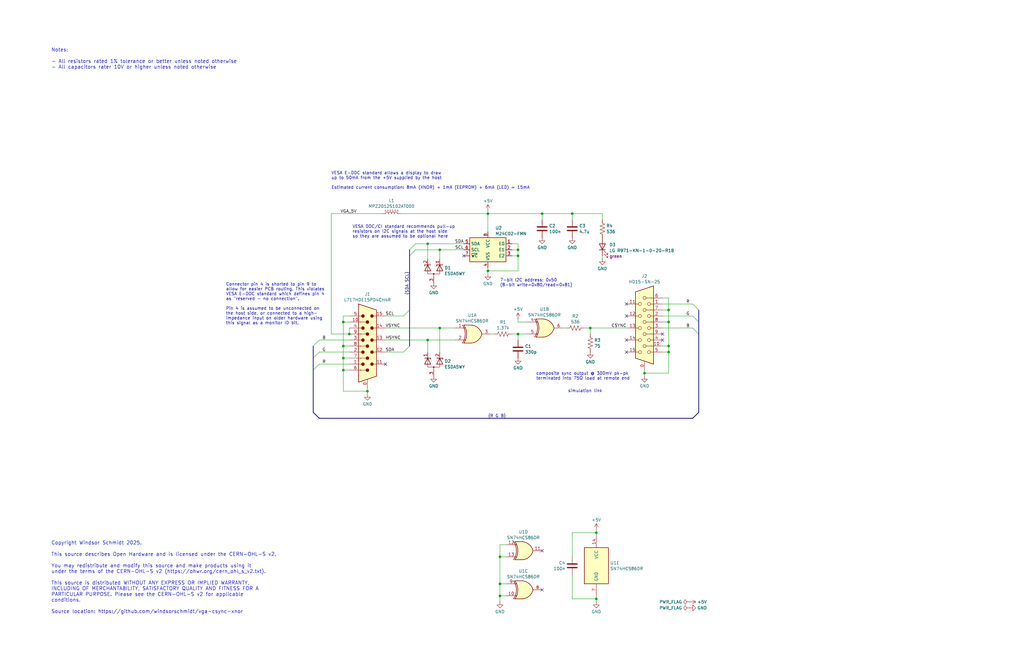
<source format=kicad_sch>
(kicad_sch (version 20250114) (generator "eeschema") (generator_version "9.0")
  (paper "B")
  (title_block (title "VGA H/V to Composite Sync Generator (XNOR)") (date "2025-08-03") (rev "1"))
  (lib_symbols
    (symbol "74xx:74HC86" (pin_names (offset 1.016))
      (property "Reference" "U" (at 0 1.27 0))
      (property "Value" "74HC86" (at 0 -1.27 0))
      (symbol "74HC86_1_0"
        (arc (start -4.4196 3.81) (mid -3.2033 0) (end -4.4196 -3.81) (stroke (width 0.254)))
        (arc (start -3.81 3.81) (mid -2.589 0) (end -3.81 -3.81) (stroke (width 0.254)))
        (polyline (pts (xy -3.81 3.81) (xy -0.635 3.81)) (stroke (width 0.254)) (fill (type background)))
        (polyline (pts (xy -3.81 -3.81) (xy -0.635 -3.81)) (stroke (width 0.254)) (fill (type background)))
        (arc (start 3.81 0) (mid 2.1855 -2.584) (end -0.6096 -3.81) (stroke (width 0.254)) (fill (type background)))
        (arc (start -0.6096 3.81) (mid 2.1928 2.5924) (end 3.81 0) (stroke (width 0.254)) (fill (type background)))
        (polyline (pts (xy -0.635 3.81) (xy -3.81 3.81) (xy -3.81 3.81) (xy -3.556 3.4036) (xy -3.0226 2.2606) (xy -2.6924 1.0414) (xy -2.6162 -0.254) (xy -2.7686 -1.4986) (xy -3.175 -2.7178) (xy -3.81 -3.81) (xy -3.81 -3.81) (xy -0.635 -3.81)) (stroke (width -25.4)) (fill (type background)))
        (pin input line (at -7.62 2.54 0) (length 4.445) (name "~") (number "1"))
        (pin input line (at -7.62 -2.54 0) (length 4.445) (name "~") (number "2"))
        (pin output line (at 7.62 0 180) (length 3.81) (name "~") (number "3"))
      )
      (symbol "74HC86_1_1"
        (polyline (pts (xy -3.81 2.54) (xy -3.175 2.54)) (stroke (width 0.1524)))
        (polyline (pts (xy -3.81 -2.54) (xy -3.175 -2.54)) (stroke (width 0.1524)))
      )
      (symbol "74HC86_2_0"
        (arc (start -4.4196 3.81) (mid -3.2033 0) (end -4.4196 -3.81) (stroke (width 0.254)))
        (arc (start -3.81 3.81) (mid -2.589 0) (end -3.81 -3.81) (stroke (width 0.254)))
        (polyline (pts (xy -3.81 3.81) (xy -0.635 3.81)) (stroke (width 0.254)) (fill (type background)))
        (polyline (pts (xy -3.81 -3.81) (xy -0.635 -3.81)) (stroke (width 0.254)) (fill (type background)))
        (arc (start 3.81 0) (mid 2.1855 -2.584) (end -0.6096 -3.81) (stroke (width 0.254)) (fill (type background)))
        (arc (start -0.6096 3.81) (mid 2.1928 2.5924) (end 3.81 0) (stroke (width 0.254)) (fill (type background)))
        (polyline (pts (xy -0.635 3.81) (xy -3.81 3.81) (xy -3.81 3.81) (xy -3.556 3.4036) (xy -3.0226 2.2606) (xy -2.6924 1.0414) (xy -2.6162 -0.254) (xy -2.7686 -1.4986) (xy -3.175 -2.7178) (xy -3.81 -3.81) (xy -3.81 -3.81) (xy -0.635 -3.81)) (stroke (width -25.4)) (fill (type background)))
        (pin input line (at -7.62 2.54 0) (length 4.445) (name "~") (number "4"))
        (pin input line (at -7.62 -2.54 0) (length 4.445) (name "~") (number "5"))
        (pin output line (at 7.62 0 180) (length 3.81) (name "~") (number "6"))
      )
      (symbol "74HC86_2_1"
        (polyline (pts (xy -3.81 2.54) (xy -3.175 2.54)) (stroke (width 0.1524)))
        (polyline (pts (xy -3.81 -2.54) (xy -3.175 -2.54)) (stroke (width 0.1524)))
      )
      (symbol "74HC86_3_0"
        (arc (start -4.4196 3.81) (mid -3.2033 0) (end -4.4196 -3.81) (stroke (width 0.254)))
        (arc (start -3.81 3.81) (mid -2.589 0) (end -3.81 -3.81) (stroke (width 0.254)))
        (polyline (pts (xy -3.81 3.81) (xy -0.635 3.81)) (stroke (width 0.254)) (fill (type background)))
        (polyline (pts (xy -3.81 -3.81) (xy -0.635 -3.81)) (stroke (width 0.254)) (fill (type background)))
        (arc (start 3.81 0) (mid 2.1855 -2.584) (end -0.6096 -3.81) (stroke (width 0.254)) (fill (type background)))
        (arc (start -0.6096 3.81) (mid 2.1928 2.5924) (end 3.81 0) (stroke (width 0.254)) (fill (type background)))
        (polyline (pts (xy -0.635 3.81) (xy -3.81 3.81) (xy -3.81 3.81) (xy -3.556 3.4036) (xy -3.0226 2.2606) (xy -2.6924 1.0414) (xy -2.6162 -0.254) (xy -2.7686 -1.4986) (xy -3.175 -2.7178) (xy -3.81 -3.81) (xy -3.81 -3.81) (xy -0.635 -3.81)) (stroke (width -25.4)) (fill (type background)))
        (pin input line (at -7.62 2.54 0) (length 4.445) (name "~") (number "9"))
        (pin input line (at -7.62 -2.54 0) (length 4.445) (name "~") (number "10"))
        (pin output line (at 7.62 0 180) (length 3.81) (name "~") (number "8"))
      )
      (symbol "74HC86_3_1"
        (polyline (pts (xy -3.81 2.54) (xy -3.175 2.54)) (stroke (width 0.1524)))
        (polyline (pts (xy -3.81 -2.54) (xy -3.175 -2.54)) (stroke (width 0.1524)))
      )
      (symbol "74HC86_4_0"
        (arc (start -4.4196 3.81) (mid -3.2033 0) (end -4.4196 -3.81) (stroke (width 0.254)))
        (arc (start -3.81 3.81) (mid -2.589 0) (end -3.81 -3.81) (stroke (width 0.254)))
        (polyline (pts (xy -3.81 3.81) (xy -0.635 3.81)) (stroke (width 0.254)) (fill (type background)))
        (polyline (pts (xy -3.81 -3.81) (xy -0.635 -3.81)) (stroke (width 0.254)) (fill (type background)))
        (arc (start 3.81 0) (mid 2.1855 -2.584) (end -0.6096 -3.81) (stroke (width 0.254)) (fill (type background)))
        (arc (start -0.6096 3.81) (mid 2.1928 2.5924) (end 3.81 0) (stroke (width 0.254)) (fill (type background)))
        (polyline (pts (xy -0.635 3.81) (xy -3.81 3.81) (xy -3.81 3.81) (xy -3.556 3.4036) (xy -3.0226 2.2606) (xy -2.6924 1.0414) (xy -2.6162 -0.254) (xy -2.7686 -1.4986) (xy -3.175 -2.7178) (xy -3.81 -3.81) (xy -3.81 -3.81) (xy -0.635 -3.81)) (stroke (width -25.4)) (fill (type background)))
        (pin input line (at -7.62 2.54 0) (length 4.445) (name "~") (number "12"))
        (pin input line (at -7.62 -2.54 0) (length 4.445) (name "~") (number "13"))
        (pin output line (at 7.62 0 180) (length 3.81) (name "~") (number "11"))
      )
      (symbol "74HC86_4_1"
        (polyline (pts (xy -3.81 2.54) (xy -3.175 2.54)) (stroke (width 0.1524)))
        (polyline (pts (xy -3.81 -2.54) (xy -3.175 -2.54)) (stroke (width 0.1524)))
      )
      (symbol "74HC86_5_0"
        (pin power_in line (at 0 12.7 270) (length 5.08) (name "VCC") (number "14"))
        (pin power_in line (at 0 -12.7 90) (length 5.08) (name "GND") (number "7"))
      )
      (symbol "74HC86_5_1"
        (rectangle (start -5.08 7.62) (end 5.08 -7.62) (stroke (width 0.254)) (fill (type background)))
      )
    )
    (symbol "Connector:DE15_Pins_HighDensity_MountingHoles" (pin_names (offset 1.016) (hide yes))
      (property "Reference" "J" (at 0 21.59 0))
      (property "Value" "DE15_Pins_HighDensity_MountingHoles" (at 0 19.05 0))
      (symbol "DE15_Pins_HighDensity_MountingHoles_0_1"
        (polyline (pts (xy -3.81 17.78) (xy -3.81 -15.24) (xy 3.81 -12.7) (xy 3.81 15.24) (xy -3.81 17.78)) (stroke (width 0.254)) (fill (type background)))
        (polyline (pts (xy -3.175 -5.08) (xy -0.635 -5.08)))
        (circle (center -1.905 12.7) (radius 0.635) (fill (type outline)))
        (circle (center -1.905 7.62) (radius 0.635) (fill (type outline)))
        (circle (center -1.905 2.54) (radius 0.635) (fill (type outline)))
        (circle (center -1.905 -2.54) (radius 0.635) (fill (type outline)))
        (circle (center -1.905 -7.62) (radius 0.635) (fill (type outline)))
        (polyline (pts (xy -0.635 10.16) (xy -3.175 10.16)))
        (polyline (pts (xy -0.635 5.08) (xy -3.175 5.08)))
        (polyline (pts (xy -0.635 0) (xy -3.175 0)))
        (polyline (pts (xy -0.635 -10.16) (xy -3.175 -10.16)))
        (circle (center 0 10.16) (radius 0.635) (fill (type outline)))
        (circle (center 0 5.08) (radius 0.635) (fill (type outline)))
        (circle (center 0 0) (radius 0.635) (fill (type outline)))
        (circle (center 0 -5.08) (radius 0.635) (fill (type outline)))
        (circle (center 0 -10.16) (radius 0.635) (fill (type outline)))
        (circle (center 1.905 12.7) (radius 0.635) (fill (type outline)))
        (circle (center 1.905 7.62) (radius 0.635) (fill (type outline)))
        (circle (center 1.905 2.54) (radius 0.635) (fill (type outline)))
        (circle (center 1.905 -2.54) (radius 0.635) (fill (type outline)))
        (circle (center 1.905 -7.62) (radius 0.635) (fill (type outline)))
      )
      (symbol "DE15_Pins_HighDensity_MountingHoles_1_1"
        (pin passive line (at -7.62 12.7 0) (length 5.08) (name "~") (number "5"))
        (pin passive line (at -7.62 10.16 0) (length 5.08) (name "~") (number "10"))
        (pin passive line (at -7.62 7.62 0) (length 5.08) (name "~") (number "4"))
        (pin passive line (at -7.62 5.08 0) (length 5.08) (name "~") (number "9"))
        (pin passive line (at -7.62 2.54 0) (length 5.08) (name "~") (number "3"))
        (pin passive line (at -7.62 0 0) (length 5.08) (name "~") (number "8"))
        (pin passive line (at -7.62 -2.54 0) (length 5.08) (name "~") (number "2"))
        (pin passive line (at -7.62 -5.08 0) (length 5.08) (name "~") (number "7"))
        (pin passive line (at -7.62 -7.62 0) (length 5.08) (name "~") (number "1"))
        (pin passive line (at -7.62 -10.16 0) (length 5.08) (name "~") (number "6"))
        (pin passive line (at 0 -17.78 90) (length 3.81) (name "~") (number "0"))
        (pin passive line (at 7.62 12.7 180) (length 5.08) (name "~") (number "15"))
        (pin passive line (at 7.62 7.62 180) (length 5.08) (name "~") (number "14"))
        (pin passive line (at 7.62 2.54 180) (length 5.08) (name "~") (number "13"))
        (pin passive line (at 7.62 -2.54 180) (length 5.08) (name "~") (number "12"))
        (pin passive line (at 7.62 -7.62 180) (length 5.08) (name "~") (number "11"))
      )
    )
    (symbol "Connector:DE15_Socket_HighDensity_MountingHoles" (pin_names (offset 1.016) (hide yes))
      (property "Reference" "J" (at 0 21.59 0))
      (property "Value" "DE15_Socket_HighDensity_MountingHoles" (at 0 19.05 0))
      (symbol "DE15_Socket_HighDensity_MountingHoles_0_1"
        (polyline (pts (xy -3.81 17.78) (xy -3.81 -15.24) (xy 3.81 -12.7) (xy 3.81 15.24) (xy -3.81 17.78)) (stroke (width 0.254)) (fill (type background)))
        (polyline (pts (xy -3.175 7.62) (xy -0.635 7.62)))
        (circle (center -1.905 10.16) (radius 0.635))
        (circle (center -1.905 5.08) (radius 0.635))
        (circle (center -1.905 0) (radius 0.635))
        (circle (center -1.905 -5.08) (radius 0.635))
        (circle (center -1.905 -10.16) (radius 0.635))
        (polyline (pts (xy -0.635 12.7) (xy -3.175 12.7)))
        (polyline (pts (xy -0.635 2.54) (xy -3.175 2.54)))
        (polyline (pts (xy -0.635 -2.54) (xy -3.175 -2.54)))
        (polyline (pts (xy -0.635 -7.62) (xy -3.175 -7.62)))
        (circle (center 0 12.7) (radius 0.635))
        (circle (center 0 7.62) (radius 0.635))
        (circle (center 0 2.54) (radius 0.635))
        (circle (center 0 -2.54) (radius 0.635))
        (circle (center 0 -7.62) (radius 0.635))
        (circle (center 1.905 10.16) (radius 0.635))
        (circle (center 1.905 5.08) (radius 0.635))
        (circle (center 1.905 0) (radius 0.635))
        (circle (center 1.905 -5.08) (radius 0.635))
        (circle (center 1.905 -10.16) (radius 0.635))
      )
      (symbol "DE15_Socket_HighDensity_MountingHoles_1_1"
        (pin passive line (at -7.62 12.7 0) (length 5.08) (name "~") (number "6"))
        (pin passive line (at -7.62 10.16 0) (length 5.08) (name "~") (number "1"))
        (pin passive line (at -7.62 7.62 0) (length 5.08) (name "~") (number "7"))
        (pin passive line (at -7.62 5.08 0) (length 5.08) (name "~") (number "2"))
        (pin passive line (at -7.62 2.54 0) (length 5.08) (name "~") (number "8"))
        (pin passive line (at -7.62 0 0) (length 5.08) (name "~") (number "3"))
        (pin passive line (at -7.62 -2.54 0) (length 5.08) (name "~") (number "9"))
        (pin passive line (at -7.62 -5.08 0) (length 5.08) (name "~") (number "4"))
        (pin passive line (at -7.62 -7.62 0) (length 5.08) (name "~") (number "10"))
        (pin passive line (at -7.62 -10.16 0) (length 5.08) (name "~") (number "5"))
        (pin passive line (at 0 -17.78 90) (length 3.81) (name "~") (number "0"))
        (pin passive line (at 7.62 10.16 180) (length 5.08) (name "~") (number "11"))
        (pin passive line (at 7.62 5.08 180) (length 5.08) (name "~") (number "12"))
        (pin passive line (at 7.62 0 180) (length 5.08) (name "~") (number "13"))
        (pin passive line (at 7.62 -5.08 180) (length 5.08) (name "~") (number "14"))
        (pin passive line (at 7.62 -10.16 180) (length 5.08) (name "~") (number "15"))
      )
    )
    (symbol "Device:C" (pin_numbers (hide yes)) (pin_names (offset 0.254))
      (property "Reference" "C" (at 0.635 2.54 0))
      (property "Value" "C" (at 0.635 -2.54 0))
      (symbol "C_0_1"
        (polyline (pts (xy -2.032 0.762) (xy 2.032 0.762)) (stroke (width 0.508)))
        (polyline (pts (xy -2.032 -0.762) (xy 2.032 -0.762)) (stroke (width 0.508)))
      )
      (symbol "C_1_1"
        (pin passive line (at 0 3.81 270) (length 2.794) (name "~") (number "1"))
        (pin passive line (at 0 -3.81 90) (length 2.794) (name "~") (number "2"))
      )
    )
    (symbol "Device:D_Zener_Dual_CommonAnode_KKA_Parallel" (pin_names (offset 0.762) (hide yes))
      (property "Reference" "D" (at 0 5.08 0))
      (property "Value" "D_Zener_Dual_CommonAnode_KKA_Parallel" (at 0 -5.08 0))
      (symbol "D_Zener_Dual_CommonAnode_KKA_Parallel_0_0"
        (polyline (pts (xy 2.032 1.27) (xy 2.54 1.27) (xy 2.54 3.81)) (stroke (width 0.254)))
        (polyline (pts (xy 2.54 -1.27) (xy 2.54 -3.81) (xy 2.032 -3.81)) (stroke (width 0.254)))
      )
      (symbol "D_Zener_Dual_CommonAnode_KKA_Parallel_0_1"
        (circle (center -1.27 0) (radius 0.254) (fill (type outline)))
        (polyline (pts (xy -1.27 0) (xy -2.54 0)))
        (polyline (pts (xy 0 3.81) (xy 2.54 2.54) (xy 0 1.27) (xy 0 3.81) (xy 0 3.81) (xy 0 3.81)) (stroke (width 0.254)))
        (polyline (pts (xy 0 -1.27) (xy 2.54 -2.54) (xy 0 -3.81) (xy 0 -1.27) (xy 0 -1.27) (xy 0 -1.27)) (stroke (width 0.254)))
        (polyline (pts (xy 2.54 2.54) (xy -1.27 2.54) (xy -1.27 -2.54) (xy 2.54 -2.54)))
        (pin passive line (at -5.08 0 0) (length 2.54) (name "A") (number "3"))
        (pin passive line (at 5.08 2.54 180) (length 2.54) (name "K") (number "1"))
        (pin passive line (at 5.08 -2.54 180) (length 2.54) (name "K") (number "2"))
      )
    )
    (symbol "Device:LED" (pin_numbers (hide yes)) (pin_names (offset 1.016) (hide yes))
      (property "Reference" "D" (at 0 2.54 0))
      (property "Value" "LED" (at 0 -2.54 0))
      (symbol "LED_0_1"
        (polyline (pts (xy -3.048 -0.762) (xy -4.572 -2.286) (xy -3.81 -2.286) (xy -4.572 -2.286) (xy -4.572 -1.524)))
        (polyline (pts (xy -1.778 -0.762) (xy -3.302 -2.286) (xy -2.54 -2.286) (xy -3.302 -2.286) (xy -3.302 -1.524)))
        (polyline (pts (xy -1.27 0) (xy 1.27 0)))
        (polyline (pts (xy -1.27 -1.27) (xy -1.27 1.27)) (stroke (width 0.254)))
        (polyline (pts (xy 1.27 -1.27) (xy 1.27 1.27) (xy -1.27 0) (xy 1.27 -1.27)) (stroke (width 0.254)))
      )
      (symbol "LED_1_1"
        (pin passive line (at -3.81 0 0) (length 2.54) (name "K") (number "1"))
        (pin passive line (at 3.81 0 180) (length 2.54) (name "A") (number "2"))
      )
    )
    (symbol "Device:L_Ferrite" (pin_numbers (hide yes)) (pin_names (offset 1.016) (hide yes))
      (property "Reference" "L" (at -1.27 0 90))
      (property "Value" "L_Ferrite" (at 2.794 0 90))
      (symbol "L_Ferrite_0_1"
        (arc (start 0 2.54) (mid 0.6323 1.905) (end 0 1.27))
        (arc (start 0 1.27) (mid 0.6323 0.635) (end 0 0))
        (arc (start 0 0) (mid 0.6323 -0.635) (end 0 -1.27))
        (arc (start 0 -1.27) (mid 0.6323 -1.905) (end 0 -2.54))
        (polyline (pts (xy 1.016 2.286) (xy 1.016 2.794)))
        (polyline (pts (xy 1.016 1.27) (xy 1.016 1.778)))
        (polyline (pts (xy 1.016 0.254) (xy 1.016 0.762)))
        (polyline (pts (xy 1.016 -0.762) (xy 1.016 -0.254)))
        (polyline (pts (xy 1.016 -1.778) (xy 1.016 -1.27)))
        (polyline (pts (xy 1.016 -2.794) (xy 1.016 -2.286)))
        (polyline (pts (xy 1.524 2.794) (xy 1.524 2.286)))
        (polyline (pts (xy 1.524 1.778) (xy 1.524 1.27)))
        (polyline (pts (xy 1.524 0.762) (xy 1.524 0.254)))
        (polyline (pts (xy 1.524 -0.254) (xy 1.524 -0.762)))
        (polyline (pts (xy 1.524 -1.27) (xy 1.524 -1.778)))
        (polyline (pts (xy 1.524 -2.286) (xy 1.524 -2.794)))
      )
      (symbol "L_Ferrite_1_1"
        (pin passive line (at 0 3.81 270) (length 1.27) (name "1") (number "1"))
        (pin passive line (at 0 -3.81 90) (length 1.27) (name "2") (number "2"))
      )
    )
    (symbol "Device:R_US" (pin_numbers (hide yes)) (pin_names (offset 0))
      (property "Reference" "R" (at 2.54 0 90))
      (property "Value" "R_US" (at -2.54 0 90))
      (symbol "R_US_0_1"
        (polyline (pts (xy 0 2.286) (xy 0 2.54)))
        (polyline (pts (xy 0 2.286) (xy 1.016 1.905) (xy 0 1.524) (xy -1.016 1.143) (xy 0 0.762)))
        (polyline (pts (xy 0 0.762) (xy 1.016 0.381) (xy 0 0) (xy -1.016 -0.381) (xy 0 -0.762)))
        (polyline (pts (xy 0 -0.762) (xy 1.016 -1.143) (xy 0 -1.524) (xy -1.016 -1.905) (xy 0 -2.286)))
        (polyline (pts (xy 0 -2.286) (xy 0 -2.54)))
      )
      (symbol "R_US_1_1"
        (pin passive line (at 0 3.81 270) (length 1.27) (name "~") (number "1"))
        (pin passive line (at 0 -3.81 90) (length 1.27) (name "~") (number "2"))
      )
    )
    (symbol "Memory_EEPROM:M24C02-FMN"
      (property "Reference" "U" (at -6.35 6.35 0))
      (property "Value" "M24C02-FMN" (at 7.62 6.35 0))
      (symbol "M24C02-FMN_0_1"
        (rectangle (start -7.62 5.08) (end 7.62 -5.08) (stroke (width 0.254)) (fill (type background)))
      )
      (symbol "M24C02-FMN_1_1"
        (pin input line (at -10.16 2.54 0) (length 2.54) (name "E0") (number "1"))
        (pin input line (at -10.16 0 0) (length 2.54) (name "E1") (number "2"))
        (pin input line (at -10.16 -2.54 0) (length 2.54) (name "E2") (number "3"))
        (pin power_in line (at 0 7.62 270) (length 2.54) (name "VCC") (number "8"))
        (pin power_in line (at 0 -7.62 90) (length 2.54) (name "VSS") (number "4"))
        (pin bidirectional line (at 10.16 2.54 180) (length 2.54) (name "SDA") (number "5"))
        (pin input line (at 10.16 0 180) (length 2.54) (name "SCL") (number "6"))
        (pin input line (at 10.16 -2.54 180) (length 2.54) (name "~{WC}") (number "7"))
      )
    )
    (symbol "power:+5V" (power) (pin_numbers (hide yes)) (pin_names (offset 0) (hide yes))
      (property "Value" "+5V" (at 0 3.556 0))
      (symbol "+5V_0_1"
        (polyline (pts (xy -0.762 1.27) (xy 0 2.54)))
        (polyline (pts (xy 0 2.54) (xy 0.762 1.27)))
        (polyline (pts (xy 0 0) (xy 0 2.54)))
      )
      (symbol "+5V_1_1"
        (pin power_in line (at 0 0 90) (length 0) (name "~") (number "1"))
      )
    )
    (symbol "power:GND" (power) (pin_numbers (hide yes)) (pin_names (offset 0) (hide yes))
      (property "Value" "GND" (at 0 -3.81 0))
      (symbol "GND_0_1"
        (polyline (pts (xy 0 0) (xy 0 -1.27) (xy 1.27 -1.27) (xy 0 -2.54) (xy -1.27 -1.27) (xy 0 -1.27)))
      )
      (symbol "GND_1_1"
        (pin power_in line (at 0 0 270) (length 0) (name "~") (number "1"))
      )
    )
    (symbol "power:PWR_FLAG" (power) (pin_numbers (hide yes)) (pin_names (offset 0) (hide yes))
      (property "Value" "PWR_FLAG" (at 0 3.81 0))
      (symbol "PWR_FLAG_0_0"
        (pin power_out line (at 0 0 90) (length 0) (name "~") (number "1"))
      )
      (symbol "PWR_FLAG_0_1"
        (polyline (pts (xy 0 0) (xy 0 1.27) (xy -1.016 1.905) (xy 0 2.54) (xy 1.016 1.905) (xy 0 1.27)))
      )
    )
  )
  (text "7-bit I2C address: 0x50\n(8-bit write=0x80/read=0x81)" (at 210.82 119.38 0) (effects (font (size 1.27 1.27)) (justify left)))
  (text "simulation link" (at 254 165.1 0) (effects (font (size 1.27 1.27)) (justify right)))
  (text "Notes:\n\n- All resistors rated 1% tolerance or better unless noted otherwise\n- All capacitors rater 10V or higher unless noted otherwise\n" (at 21.59 20.32 0) (effects (font (size 1.5 1.5)) (justify left top)))
  (text "composite sync output @ 300mV pk-pk\nterminated into 75Ω load at remote end" (at 226.06 158.75 0) (effects (font (size 1.27 1.27)) (justify left)))
  (text "Copyright Windsor Schmidt 2025.                                                    \n                                                                              \nThis source describes Open Hardware and is licensed under the CERN-OHL-S v2. \n                                                                              \nYou may redistribute and modify this source and make products using it\nunder the terms of the CERN-OHL-S v2 (https://ohwr.org/cern_ohl_s_v2.txt).\n\nThis source is distributed WITHOUT ANY EXPRESS OR IMPLIED WARRANTY,\nINCLUDING OF MERCHANTABILITY, SATISFACTORY QUALITY AND FITNESS FOR A\nPARTICULAR PURPOSE. Please see the CERN-OHL-S v2 for applicable\nconditions.\n                                                                             \nSource location: https://github.com/windsorschmidt/vga-csync-xnor\n" (at 21.59 259.08 0) (effects (font (size 1.5 1.5)) (justify left bottom)))
  (text "VESA E-DDC standard allows a display to draw\nup to 50mA from the +5V supplied by the host\n\nEstimated current consumption: 8mA (XNOR) + 1mA (EEPROM) + 6mA (LED) = 15mA" (at 139.7 76.2 0) (effects (font (size 1.27 1.27)) (justify left)))
  (text "VESA DDC/CI standard recommends pull-up\nresistors on I2C signals at the host side\nso they are assumed to be optional here" (at 148.59 97.79 0) (effects (font (size 1.27 1.27)) (justify left)))
  (text "Connector pin 4 is shorted to pin 9 to\nallow for easier PCB routing. This violates\nVESA E-DDC standard which defines pin 4\nas \"reserved - no connection\".\n\nPin 4 is assumed to be unconnected on\nthe host side, or connected to a high-\nimpedance input on older hardware using\nthis signal as a monitor ID bit." (at 95.25 128.27 0) (effects (font (size 1.27 1.27)) (justify left)))
  (junction (at 144.78 135.89))
  (junction (at 281.94 148.59))
  (junction (at 228.6 90.17))
  (junction (at 281.94 130.81))
  (junction (at 144.78 151.13))
  (junction (at 281.94 135.89))
  (junction (at 218.44 105.41))
  (junction (at 271.78 157.48))
  (junction (at 185.42 138.43))
  (junction (at 205.74 114.3))
  (junction (at 144.78 146.05))
  (junction (at 180.34 102.87))
  (junction (at 251.46 252.73))
  (junction (at 185.42 105.41))
  (junction (at 210.82 234.95))
  (junction (at 180.34 143.51))
  (junction (at 210.82 251.46))
  (junction (at 210.82 246.38))
  (junction (at 144.78 156.21))
  (junction (at 281.94 146.05))
  (junction (at 218.44 140.97))
  (junction (at 251.46 224.79))
  (junction (at 147.32 140.97))
  (junction (at 154.94 165.1))
  (junction (at 241.3 90.17))
  (junction (at 248.92 138.43))
  (junction (at 218.44 107.95))
  (junction (at 205.74 90.17))
  (no_connect (at 279.4 143.51))
  (no_connect (at 228.6 248.92))
  (no_connect (at 264.16 148.59))
  (no_connect (at 264.16 128.27))
  (no_connect (at 264.16 133.35))
  (no_connect (at 279.4 140.97))
  (no_connect (at 228.6 232.41))
  (no_connect (at 195.58 107.95))
  (no_connect (at 264.16 143.51))
  (no_connect (at 162.56 153.67))
  (bus_entry (at 170.18 148.59) (size 2.54 -2.54))
  (bus_entry (at 294.64 130.81) (size -2.54 -2.54))
  (bus_entry (at 170.18 133.35) (size 2.54 -2.54))
  (bus_entry (at 294.64 135.89) (size -2.54 -2.54))
  (bus_entry (at 132.08 156.21) (size 2.54 -2.54))
  (bus_entry (at 132.08 146.05) (size 2.54 -2.54))
  (bus_entry (at 172.72 107.95) (size 2.54 -2.54))
  (bus_entry (at 132.08 151.13) (size 2.54 -2.54))
  (bus_entry (at 294.64 140.97) (size -2.54 -2.54))
  (bus_entry (at 172.72 105.41) (size 2.54 -2.54))
  (bus (pts (xy 134.62 176.53) (xy 292.1 176.53)))
  (wire (pts (xy 168.91 90.17) (xy 205.74 90.17)))
  (wire (pts (xy 185.42 105.41) (xy 185.42 109.22)))
  (bus (pts (xy 132.08 173.99) (xy 134.62 176.53)))
  (wire (pts (xy 251.46 252.73) (xy 241.3 252.73)))
  (wire (pts (xy 205.74 114.3) (xy 218.44 114.3)))
  (wire (pts (xy 281.94 148.59) (xy 281.94 157.48)))
  (wire (pts (xy 241.3 252.73) (xy 241.3 242.57)))
  (wire (pts (xy 279.4 130.81) (xy 281.94 130.81)))
  (bus (pts (xy 294.64 140.97) (xy 294.64 135.89)))
  (wire (pts (xy 134.62 153.67) (xy 147.32 153.67)))
  (wire (pts (xy 205.74 90.17) (xy 228.6 90.17)))
  (bus (pts (xy 294.64 173.99) (xy 292.1 176.53)))
  (wire (pts (xy 279.4 125.73) (xy 281.94 125.73)))
  (wire (pts (xy 144.78 151.13) (xy 147.32 151.13)))
  (wire (pts (xy 254 90.17) (xy 254 92.71)))
  (wire (pts (xy 147.32 133.35) (xy 144.78 133.35)))
  (wire (pts (xy 281.94 157.48) (xy 271.78 157.48)))
  (wire (pts (xy 241.3 224.79) (xy 241.3 234.95)))
  (wire (pts (xy 205.74 113.03) (xy 205.74 114.3)))
  (wire (pts (xy 218.44 107.95) (xy 218.44 114.3)))
  (wire (pts (xy 237.49 138.43) (xy 238.76 138.43)))
  (wire (pts (xy 185.42 138.43) (xy 191.77 138.43)))
  (wire (pts (xy 144.78 135.89) (xy 144.78 146.05)))
  (wire (pts (xy 218.44 140.97) (xy 222.25 140.97)))
  (wire (pts (xy 251.46 223.52) (xy 251.46 224.79)))
  (wire (pts (xy 162.56 143.51) (xy 180.34 143.51)))
  (bus (pts (xy 294.64 135.89) (xy 294.64 130.81)))
  (wire (pts (xy 210.82 246.38) (xy 213.36 246.38)))
  (wire (pts (xy 162.56 138.43) (xy 185.42 138.43)))
  (wire (pts (xy 208.28 140.97) (xy 207.01 140.97)))
  (wire (pts (xy 185.42 105.41) (xy 195.58 105.41)))
  (wire (pts (xy 218.44 105.41) (xy 218.44 107.95)))
  (wire (pts (xy 139.7 140.97) (xy 147.32 140.97)))
  (wire (pts (xy 248.92 140.97) (xy 248.92 138.43)))
  (wire (pts (xy 218.44 102.87) (xy 218.44 105.41)))
  (wire (pts (xy 205.74 90.17) (xy 205.74 97.79)))
  (wire (pts (xy 215.9 140.97) (xy 218.44 140.97)))
  (wire (pts (xy 210.82 254) (xy 210.82 251.46)))
  (wire (pts (xy 218.44 134.62) (xy 218.44 135.89)))
  (wire (pts (xy 215.9 107.95) (xy 218.44 107.95)))
  (wire (pts (xy 279.4 133.35) (xy 292.1 133.35)))
  (wire (pts (xy 251.46 252.73) (xy 251.46 251.46)))
  (wire (pts (xy 210.82 251.46) (xy 213.36 251.46)))
  (bus (pts (xy 132.08 146.05) (xy 132.08 151.13)))
  (wire (pts (xy 228.6 90.17) (xy 228.6 92.71)))
  (wire (pts (xy 210.82 234.95) (xy 210.82 246.38)))
  (wire (pts (xy 175.26 102.87) (xy 180.34 102.87)))
  (wire (pts (xy 281.94 135.89) (xy 281.94 146.05)))
  (wire (pts (xy 210.82 234.95) (xy 210.82 229.87)))
  (wire (pts (xy 144.78 133.35) (xy 144.78 135.89)))
  (wire (pts (xy 228.6 90.17) (xy 241.3 90.17)))
  (wire (pts (xy 279.4 128.27) (xy 292.1 128.27)))
  (wire (pts (xy 180.34 148.59) (xy 180.34 143.51)))
  (wire (pts (xy 144.78 146.05) (xy 144.78 151.13)))
  (wire (pts (xy 281.94 125.73) (xy 281.94 130.81)))
  (wire (pts (xy 210.82 234.95) (xy 213.36 234.95)))
  (wire (pts (xy 279.4 146.05) (xy 281.94 146.05)))
  (wire (pts (xy 279.4 138.43) (xy 292.1 138.43)))
  (wire (pts (xy 271.78 158.75) (xy 271.78 157.48)))
  (wire (pts (xy 162.56 148.59) (xy 170.18 148.59)))
  (bus (pts (xy 172.72 107.95) (xy 172.72 130.81)))
  (wire (pts (xy 154.94 165.1) (xy 154.94 166.37)))
  (wire (pts (xy 248.92 138.43) (xy 246.38 138.43)))
  (wire (pts (xy 215.9 105.41) (xy 218.44 105.41)))
  (wire (pts (xy 248.92 138.43) (xy 264.16 138.43)))
  (wire (pts (xy 134.62 148.59) (xy 147.32 148.59)))
  (wire (pts (xy 241.3 224.79) (xy 251.46 224.79)))
  (wire (pts (xy 154.94 163.83) (xy 154.94 165.1)))
  (wire (pts (xy 210.82 246.38) (xy 210.82 251.46)))
  (wire (pts (xy 218.44 143.51) (xy 218.44 140.97)))
  (wire (pts (xy 279.4 135.89) (xy 281.94 135.89)))
  (wire (pts (xy 251.46 224.79) (xy 251.46 226.06)))
  (wire (pts (xy 241.3 90.17) (xy 254 90.17)))
  (wire (pts (xy 134.62 143.51) (xy 147.32 143.51)))
  (wire (pts (xy 175.26 105.41) (xy 185.42 105.41)))
  (wire (pts (xy 139.7 90.17) (xy 161.29 90.17)))
  (wire (pts (xy 147.32 138.43) (xy 147.32 140.97)))
  (wire (pts (xy 210.82 229.87) (xy 213.36 229.87)))
  (bus (pts (xy 132.08 151.13) (xy 132.08 156.21)))
  (wire (pts (xy 254 107.95) (xy 254 109.22)))
  (wire (pts (xy 205.74 114.3) (xy 205.74 115.57)))
  (wire (pts (xy 162.56 133.35) (xy 170.18 133.35)))
  (bus (pts (xy 172.72 146.05) (xy 172.72 130.81)))
  (wire (pts (xy 144.78 151.13) (xy 144.78 156.21)))
  (wire (pts (xy 185.42 138.43) (xy 185.42 148.59)))
  (wire (pts (xy 180.34 102.87) (xy 195.58 102.87)))
  (wire (pts (xy 144.78 156.21) (xy 147.32 156.21)))
  (wire (pts (xy 180.34 143.51) (xy 191.77 143.51)))
  (wire (pts (xy 281.94 146.05) (xy 281.94 148.59)))
  (wire (pts (xy 144.78 146.05) (xy 147.32 146.05)))
  (wire (pts (xy 144.78 165.1) (xy 154.94 165.1)))
  (wire (pts (xy 281.94 130.81) (xy 281.94 135.89)))
  (wire (pts (xy 144.78 156.21) (xy 144.78 165.1)))
  (wire (pts (xy 241.3 90.17) (xy 241.3 92.71)))
  (bus (pts (xy 294.64 140.97) (xy 294.64 173.99)))
  (wire (pts (xy 180.34 102.87) (xy 180.34 109.22)))
  (wire (pts (xy 144.78 135.89) (xy 147.32 135.89)))
  (wire (pts (xy 205.74 88.9) (xy 205.74 90.17)))
  (bus (pts (xy 172.72 105.41) (xy 172.72 107.95)))
  (wire (pts (xy 139.7 90.17) (xy 139.7 140.97)))
  (wire (pts (xy 279.4 148.59) (xy 281.94 148.59)))
  (wire (pts (xy 215.9 102.87) (xy 218.44 102.87)))
  (bus (pts (xy 132.08 156.21) (xy 132.08 173.99)))
  (wire (pts (xy 271.78 157.48) (xy 271.78 156.21)))
  (wire (pts (xy 251.46 254) (xy 251.46 252.73)))
  (wire (pts (xy 218.44 135.89) (xy 222.25 135.89)))
  (label "R" (at 135.89 153.67 0))
  (label "VSYNC" (at 162.56 138.43 0))
  (label "SDA" (at 195.58 102.87 180))
  (label "SCL" (at 162.56 133.35 0))
  (label "SDA" (at 162.56 148.59 0))
  (label "G" (at 135.89 148.59 0))
  (label "HSYNC" (at 162.56 143.51 0))
  (label "G" (at 290.83 133.35 180))
  (label "B" (at 290.83 138.43 180))
  (label "{SDA SCL}" (at 172.72 124.46 90))
  (label "VGA_5V" (at 143.51 90.17 0))
  (label "CSYNC" (at 264.16 138.43 180))
  (label "B" (at 135.89 143.51 0))
  (label "SCL" (at 195.58 105.41 180))
  (label "{R G B}" (at 205.74 176.53 0))
  (label "R" (at 290.83 128.27 180))
  (symbol (lib_id "power:GND") (at 251.46 254 0) (unit 1)
    (property "Reference" "#PWR013" (effects (hide yes)))
    (property "Value" "GND" (at 251.46 258.1331 0))
    (property "Description" "Power symbol creates a global label with name \"GND\" , ground" (effects (hide yes)))
  )
  (symbol (lib_id "power:GND") (at 218.44 151.13 0) (unit 1)
    (property "Reference" "#PWR08" (effects (hide yes)))
    (property "Value" "GND" (at 218.44 155.2631 0))
    (property "Description" "Power symbol creates a global label with name \"GND\" , ground" (effects (hide yes)))
  )
  (symbol (lib_id "power:PWR_FLAG") (at 290.83 254 90) (unit 1)
    (property "Reference" "#FLG01" (effects (hide yes)))
    (property "Value" "PWR_FLAG" (at 287.6551 254 90) (effects (justify left)))
    (property "Description" "Special symbol for telling ERC where power comes from" (effects (hide yes)))
  )
  (symbol (lib_id "Device:C") (at 228.6 96.52 0) (unit 1)
    (property "Reference" "C2" (at 231.521 95.3078 0) (effects (justify left)))
    (property "Value" "100n" (at 231.521 97.7321 0) (effects (justify left)))
    (property "Footprint" "Capacitor_SMD:C_0603_1608Metric" (effects (hide yes)))
    (property "Description" "Unpolarized capacitor" (effects (hide yes)))
  )
  (symbol (lib_id "power:+5V") (at 218.44 134.62 0) (unit 1)
    (property "Reference" "#PWR07" (effects (hide yes)))
    (property "Value" "+5V" (at 218.44 130.4869 0))
    (property "Description" "Power symbol creates a global label with name \"+5V\"" (effects (hide yes)))
  )
  (symbol (lib_id "Device:L_Ferrite") (at 165.1 90.17 90) (unit 1)
    (property "Reference" "L1" (at 165.1 84.6285 90))
    (property "Value" "MPZ2012S102AT000" (at 165.1 87.0528 90))
    (property "Footprint" "Inductor_SMD:L_0805_2012Metric" (effects (hide yes)))
    (property "Description" "Inductor with ferrite core" (effects (hide yes)))
  )
  (symbol (lib_id "power:GND") (at 154.94 166.37 0) (unit 1)
    (property "Reference" "#PWR01" (effects (hide yes)))
    (property "Value" "GND" (at 154.94 170.5031 0))
    (property "Description" "Power symbol creates a global label with name \"GND\" , ground" (effects (hide yes)))
  )
  (symbol (lib_id "74xx:74HC86") (at 251.46 238.76 0) (unit 5)
    (property "Reference" "U1" (at 257.302 237.5478 0) (effects (justify left)))
    (property "Value" "SN74HCS86DR" (at 257.302 239.9721 0) (effects (justify left)))
    (property "Footprint" "Package_SO:SOIC-14_3.9x8.7mm_P1.27mm" (effects (hide yes)))
    (property "Datasheet" "https://www.ti.com/lit/ds/symlink/sn74hcs86.pdf" (effects (hide yes)))
    (property "Description" "Quad 2-input XOR" (effects (hide yes)))
  )
  (symbol (lib_id "power:GND") (at 205.74 115.57 0) (unit 1)
    (property "Reference" "#PWR05" (effects (hide yes)))
    (property "Value" "GND" (at 205.74 119.7031 0))
    (property "Description" "Power symbol creates a global label with name \"GND\" , ground" (effects (hide yes)))
  )
  (symbol (lib_id "Connector:DE15_Pins_HighDensity_MountingHoles") (at 154.94 146.05 0) (unit 1)
    (property "Reference" "J1" (at 154.94 124.1255 0))
    (property "Value" "L717HDE15PD4CH4R" (at 154.94 126.5498 0))
    (property "Footprint" "Connector_Dsub:DSUB-15-HD_Pins_Horizontal_P2.29x1.90mm_EdgePinOffset3.03mm_Housed_MountingHolesOffset4.94mm" (effects (hide yes)))
    (property "Description" "15-pin male plug socket D-SUB connector, High density (3 columns), Triple Row, Generic, VGA-connector, Mounting Hole" (effects (hide yes)))
  )
  (symbol (lib_id "74xx:74HC86") (at 220.98 248.92 0) (unit 3)
    (property "Reference" "U1" (at 220.6752 240.9655 0))
    (property "Value" "SN74HCS86DR" (at 220.6752 243.3898 0))
    (property "Footprint" "Package_SO:SOIC-14_3.9x8.7mm_P1.27mm" (effects (hide yes)))
    (property "Datasheet" "https://www.ti.com/lit/ds/symlink/sn74hcs86.pdf" (effects (hide yes)))
    (property "Description" "Quad 2-input XOR" (effects (hide yes)))
  )
  (symbol (lib_id "74xx:74HC86") (at 220.98 232.41 0) (unit 4)
    (property "Reference" "U1" (at 220.6752 224.4555 0))
    (property "Value" "SN74HCS86DR" (at 220.6752 226.8798 0))
    (property "Footprint" "Package_SO:SOIC-14_3.9x8.7mm_P1.27mm" (effects (hide yes)))
    (property "Datasheet" "https://www.ti.com/lit/ds/symlink/sn74hcs86.pdf" (effects (hide yes)))
    (property "Description" "Quad 2-input XOR" (effects (hide yes)))
  )
  (symbol (lib_id "power:GND") (at 210.82 254 0) (unit 1)
    (property "Reference" "#PWR06" (effects (hide yes)))
    (property "Value" "GND" (at 210.82 258.1331 0))
    (property "Description" "Power symbol creates a global label with name \"GND\" , ground" (effects (hide yes)))
  )
  (symbol (lib_id "Device:R_US") (at 212.09 140.97 90) (unit 1)
    (property "Reference" "R1" (at 212.09 135.9365 90))
    (property "Value" "1.37k" (at 212.09 138.3608 90))
    (property "Footprint" "Resistor_SMD:R_0603_1608Metric" (effects (hide yes)))
    (property "Description" "Resistor, US symbol" (effects (hide yes)))
  )
  (symbol (lib_id "power:GND") (at 182.88 119.38 0) (unit 1)
    (property "Reference" "#PWR02" (effects (hide yes)))
    (property "Value" "GND" (at 182.88 123.5131 0))
    (property "Description" "Power symbol creates a global label with name \"GND\" , ground" (effects (hide yes)))
  )
  (symbol (lib_id "power:GND") (at 182.88 158.75 0) (unit 1)
    (property "Reference" "#PWR03" (effects (hide yes)))
    (property "Value" "GND" (at 182.88 162.8831 0))
    (property "Description" "Power symbol creates a global label with name \"GND\" , ground" (effects (hide yes)))
  )
  (symbol (lib_id "Device:LED") (at 254 104.14 90) (unit 1)
    (property "Reference" "D3" (at 256.921 103.3032 90) (effects (justify right)))
    (property "Value" "LG R971-KN-1-0-20-R18" (at 256.921 105.7275 90) (effects (justify right)))
    (property "Footprint" "LED_SMD:LED_0805_2012Metric" (effects (hide yes)))
    (property "Description" "Light emitting diode" (effects (hide yes)))
    (property "Sim.Pins" "1=K 2=A" (effects (hide yes)))
    (property "Note" "green" (at 256.921 108.1518 90) (effects (justify right)))
  )
  (symbol (lib_id "74xx:74HC86") (at 229.87 138.43 0) (unit 2)
    (property "Reference" "U1" (at 229.5652 130.4755 0))
    (property "Value" "SN74HCS86DR" (at 229.5652 132.8998 0))
    (property "Footprint" "Package_SO:SOIC-14_3.9x8.7mm_P1.27mm" (effects (hide yes)))
    (property "Datasheet" "https://www.ti.com/lit/ds/symlink/sn74hcs86.pdf" (effects (hide yes)))
    (property "Description" "Quad 2-input XOR" (effects (hide yes)))
  )
  (symbol (lib_id "Device:R_US") (at 254 96.52 180) (unit 1)
    (property "Reference" "R4" (at 255.651 95.3078 0) (effects (justify right)))
    (property "Value" "536" (at 255.651 97.7321 0) (effects (justify right)))
    (property "Footprint" "Resistor_SMD:R_0603_1608Metric" (effects (hide yes)))
    (property "Description" "Resistor, US symbol" (effects (hide yes)))
  )
  (symbol (lib_id "Device:C") (at 241.3 238.76 0) (unit 1)
    (property "Reference" "C4" (at 238.3791 237.5478 0) (effects (justify right)))
    (property "Value" "100n" (at 238.3791 239.9721 0) (effects (justify right)))
    (property "Footprint" "Capacitor_SMD:C_0603_1608Metric" (effects (hide yes)))
    (property "Description" "Unpolarized capacitor" (effects (hide yes)))
  )
  (symbol (lib_id "power:GND") (at 228.6 100.33 0) (unit 1)
    (property "Reference" "#PWR09" (effects (hide yes)))
    (property "Value" "GND" (at 228.6 104.4631 0))
    (property "Description" "Power symbol creates a global label with name \"GND\" , ground" (effects (hide yes)))
  )
  (symbol (lib_id "power:GND") (at 254 109.22 0) (unit 1)
    (property "Reference" "#PWR014" (effects (hide yes)))
    (property "Value" "GND" (at 254 113.3531 0))
    (property "Description" "Power symbol creates a global label with name \"GND\" , ground" (effects (hide yes)))
  )
  (symbol (lib_id "power:+5V") (at 205.74 88.9 0) (unit 1)
    (property "Reference" "#PWR04" (effects (hide yes)))
    (property "Value" "+5V" (at 205.74 84.7669 0))
    (property "Description" "Power symbol creates a global label with name \"+5V\"" (effects (hide yes)))
  )
  (symbol (lib_id "Device:R_US") (at 242.57 138.43 270) (unit 1)
    (property "Reference" "R2" (at 242.57 133.3965 90))
    (property "Value" "536" (at 242.57 135.8208 90))
    (property "Footprint" "Resistor_SMD:R_0603_1608Metric" (effects (hide yes)))
    (property "Description" "Resistor, US symbol" (effects (hide yes)))
  )
  (symbol (lib_id "74xx:74HC86") (at 199.39 140.97 0) (unit 1)
    (property "Reference" "U1" (at 199.0852 133.0155 0))
    (property "Value" "SN74HCS86DR" (at 199.0852 135.4398 0))
    (property "Footprint" "Package_SO:SOIC-14_3.9x8.7mm_P1.27mm" (effects (hide yes)))
    (property "Datasheet" "https://www.ti.com/lit/ds/symlink/sn74hcs86.pdf" (effects (hide yes)))
    (property "Description" "Quad 2-input XOR" (effects (hide yes)))
  )
  (symbol (lib_id "power:GND") (at 271.78 158.75 0) (unit 1)
    (property "Reference" "#PWR015" (effects (hide yes)))
    (property "Value" "GND" (at 271.78 162.8831 0))
    (property "Description" "Power symbol creates a global label with name \"GND\" , ground" (effects (hide yes)))
  )
  (symbol (lib_id "Memory_EEPROM:M24C02-FMN") (at 205.74 105.41 0) (mirror y) (unit 1)
    (property "Reference" "U2" (at 208.8581 96.1855 0) (effects (justify right)))
    (property "Value" "M24C02-FMN" (at 208.8581 98.6098 0) (effects (justify right)))
    (property "Footprint" "Package_SO:SOIC-8_3.9x4.9mm_P1.27mm" (effects (hide yes)))
    (property "Datasheet" "http://www.st.com/content/ccc/resource/technical/document/datasheet/b0/d8/50/40/5a/85/49/6f/DM00071904.pdf/files/DM00071904.pdf/jcr:content/translations/en.DM00071904.pdf" (effects (hide yes)))
    (property "Description" "2Kb (256x8) I2C Serial EEPROM, 1.6-5.5V, SOIC-8" (effects (hide yes)))
  )
  (symbol (lib_id "power:+5V") (at 290.83 254 270) (unit 1)
    (property "Reference" "#PWR016" (effects (hide yes)))
    (property "Value" "+5V" (at 294.005 254 90) (effects (justify left)))
    (property "Description" "Power symbol creates a global label with name \"+5V\"" (effects (hide yes)))
  )
  (symbol (lib_id "power:GND") (at 290.83 256.54 90) (unit 1)
    (property "Reference" "#PWR017" (effects (hide yes)))
    (property "Value" "GND" (at 294.005 256.54 90) (effects (justify right)))
    (property "Description" "Power symbol creates a global label with name \"GND\" , ground" (effects (hide yes)))
  )
  (symbol (lib_id "power:PWR_FLAG") (at 290.83 256.54 90) (unit 1)
    (property "Reference" "#FLG02" (effects (hide yes)))
    (property "Value" "PWR_FLAG" (at 287.6551 256.54 90) (effects (justify left)))
    (property "Description" "Special symbol for telling ERC where power comes from" (effects (hide yes)))
  )
  (symbol (lib_id "Device:D_Zener_Dual_CommonAnode_KKA_Parallel") (at 182.88 114.3 270) (mirror x) (unit 1)
    (property "Reference" "D1" (at 187.452 113.0243 90) (effects (justify left)))
    (property "Value" "ESDA5WY" (at 187.452 115.4486 90) (effects (justify left)))
    (property "Footprint" "Package_TO_SOT_SMD:SOT-323_SC-70" (effects (hide yes)))
    (property "Description" "Dual Zener diode, common anode on pin 1" (effects (hide yes)))
  )
  (symbol (lib_id "power:+5V") (at 251.46 223.52 0) (unit 1)
    (property "Reference" "#PWR012" (effects (hide yes)))
    (property "Value" "+5V" (at 251.46 219.3869 0))
    (property "Description" "Power symbol creates a global label with name \"+5V\"" (effects (hide yes)))
  )
  (symbol (lib_id "Connector:DE15_Socket_HighDensity_MountingHoles") (at 271.78 138.43 0) (mirror y) (unit 1)
    (property "Reference" "J2" (at 271.78 116.5055 0))
    (property "Value" "HD15-SN-25" (at 271.78 118.9298 0))
    (property "Footprint" "Connector_Dsub:DSUB-15-HD_Socket_Horizontal_P2.29x1.90mm_EdgePinOffset3.03mm_Housed_MountingHolesOffset4.94mm" (effects (hide yes)))
    (property "Description" "15-pin D-SUB connector, socket (female), High density (3 columns), Triple Row, Generic, VGA-connector, Mounting Hole" (effects (hide yes)))
  )
  (symbol (lib_id "Device:C") (at 218.44 147.32 0) (unit 1)
    (property "Reference" "C1" (at 221.361 146.1078 0) (effects (justify left)))
    (property "Value" "330p" (at 221.361 148.5321 0) (effects (justify left)))
    (property "Footprint" "Capacitor_SMD:C_0603_1608Metric" (effects (hide yes)))
    (property "Description" "Unpolarized capacitor" (effects (hide yes)))
  )
  (symbol (lib_id "power:GND") (at 248.92 148.59 0) (unit 1)
    (property "Reference" "#PWR011" (effects (hide yes)))
    (property "Value" "GND" (at 248.92 152.7231 0))
    (property "Description" "Power symbol creates a global label with name \"GND\" , ground" (effects (hide yes)))
  )
  (symbol (lib_id "power:GND") (at 241.3 100.33 0) (unit 1)
    (property "Reference" "#PWR010" (effects (hide yes)))
    (property "Value" "GND" (at 241.3 104.4631 0))
    (property "Description" "Power symbol creates a global label with name \"GND\" , ground" (effects (hide yes)))
  )
  (symbol (lib_id "Device:C") (at 241.3 96.52 0) (unit 1)
    (property "Reference" "C3" (at 244.221 95.3078 0) (effects (justify left)))
    (property "Value" "4.7u" (at 244.221 97.7321 0) (effects (justify left)))
    (property "Footprint" "Capacitor_SMD:C_0805_2012Metric" (effects (hide yes)))
    (property "Description" "Unpolarized capacitor" (effects (hide yes)))
  )
  (symbol (lib_id "Device:R_US") (at 248.92 144.78 0) (unit 1)
    (property "Reference" "R3" (at 250.571 143.5678 0) (effects (justify left)))
    (property "Value" "75" (at 250.571 145.9921 0) (effects (justify left)))
    (property "Footprint" "Resistor_SMD:R_0603_1608Metric" (effects (hide yes)))
    (property "Description" "Resistor, US symbol" (effects (hide yes)))
  )
  (symbol (lib_id "Device:D_Zener_Dual_CommonAnode_KKA_Parallel") (at 182.88 153.67 90) (unit 1)
    (property "Reference" "D2" (at 187.452 152.3943 90) (effects (justify right)))
    (property "Value" "ESDA5WY" (at 187.452 154.8186 90) (effects (justify right)))
    (property "Footprint" "Package_TO_SOT_SMD:SOT-323_SC-70" (effects (hide yes)))
    (property "Description" "Dual Zener diode, common anode on pin 1" (effects (hide yes)))
  )
)
</source>
